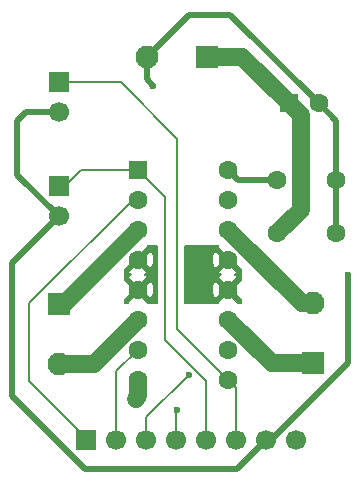
<source format=gbr>
%TF.GenerationSoftware,KiCad,Pcbnew,9.0.4*%
%TF.CreationDate,2025-11-08T17:36:02+05:30*%
%TF.ProjectId,MOTOR_DRIVER,4d4f544f-525f-4445-9249-5645522e6b69,rev?*%
%TF.SameCoordinates,Original*%
%TF.FileFunction,Copper,L1,Top*%
%TF.FilePolarity,Positive*%
%FSLAX46Y46*%
G04 Gerber Fmt 4.6, Leading zero omitted, Abs format (unit mm)*
G04 Created by KiCad (PCBNEW 9.0.4) date 2025-11-08 17:36:02*
%MOMM*%
%LPD*%
G01*
G04 APERTURE LIST*
G04 Aperture macros list*
%AMRoundRect*
0 Rectangle with rounded corners*
0 $1 Rounding radius*
0 $2 $3 $4 $5 $6 $7 $8 $9 X,Y pos of 4 corners*
0 Add a 4 corners polygon primitive as box body*
4,1,4,$2,$3,$4,$5,$6,$7,$8,$9,$2,$3,0*
0 Add four circle primitives for the rounded corners*
1,1,$1+$1,$2,$3*
1,1,$1+$1,$4,$5*
1,1,$1+$1,$6,$7*
1,1,$1+$1,$8,$9*
0 Add four rect primitives between the rounded corners*
20,1,$1+$1,$2,$3,$4,$5,0*
20,1,$1+$1,$4,$5,$6,$7,0*
20,1,$1+$1,$6,$7,$8,$9,0*
20,1,$1+$1,$8,$9,$2,$3,0*%
G04 Aperture macros list end*
%TA.AperFunction,ComponentPad*%
%ADD10R,1.950000X1.950000*%
%TD*%
%TA.AperFunction,ComponentPad*%
%ADD11C,1.950000*%
%TD*%
%TA.AperFunction,ComponentPad*%
%ADD12C,1.600000*%
%TD*%
%TA.AperFunction,ComponentPad*%
%ADD13R,1.700000X1.700000*%
%TD*%
%TA.AperFunction,ComponentPad*%
%ADD14C,1.700000*%
%TD*%
%TA.AperFunction,ComponentPad*%
%ADD15RoundRect,0.250000X-0.550000X-0.550000X0.550000X-0.550000X0.550000X0.550000X-0.550000X0.550000X0*%
%TD*%
%TA.AperFunction,ViaPad*%
%ADD16C,0.600000*%
%TD*%
%TA.AperFunction,Conductor*%
%ADD17C,0.508000*%
%TD*%
%TA.AperFunction,Conductor*%
%ADD18C,1.524000*%
%TD*%
%TA.AperFunction,Conductor*%
%ADD19C,0.200000*%
%TD*%
G04 APERTURE END LIST*
D10*
%TO.P,J2,1,Pin_1*%
%TO.N,/+V*%
X159027500Y-79050000D03*
D11*
%TO.P,J2,2,Pin_2*%
%TO.N,GND*%
X153947500Y-79050000D03*
%TD*%
D12*
%TO.P,C1,1*%
%TO.N,VCC*%
X165000000Y-89500000D03*
%TO.P,C1,2*%
%TO.N,GND*%
X170000000Y-89500000D03*
%TD*%
D13*
%TO.P,J3,1,Pin_1*%
%TO.N,/EN1*%
X146500000Y-90000000D03*
D14*
%TO.P,J3,2,Pin_2*%
%TO.N,VCC*%
X146500000Y-92540000D03*
%TD*%
D15*
%TO.P,U1,1,EN1\u002C2*%
%TO.N,/EN1*%
X153195000Y-88610000D03*
D12*
%TO.P,U1,2,1A*%
%TO.N,/IN1*%
X153195000Y-91150000D03*
%TO.P,U1,3,1Y*%
%TO.N,/OUT1*%
X153195000Y-93690000D03*
%TO.P,U1,4,GND*%
%TO.N,GND*%
X153195000Y-96230000D03*
%TO.P,U1,5,GND*%
X153195000Y-98770000D03*
%TO.P,U1,6,2Y*%
%TO.N,/OUT2*%
X153195000Y-101310000D03*
%TO.P,U1,7,2A*%
%TO.N,/IN2*%
X153195000Y-103850000D03*
%TO.P,U1,8,VCC2*%
%TO.N,/+V*%
X153195000Y-106390000D03*
%TO.P,U1,9,EN3\u002C4*%
%TO.N,/EN2*%
X160815000Y-106390000D03*
%TO.P,U1,10,3A*%
%TO.N,/IN3*%
X160815000Y-103850000D03*
%TO.P,U1,11,3Y*%
%TO.N,/OUT3*%
X160815000Y-101310000D03*
%TO.P,U1,12,GND*%
%TO.N,GND*%
X160815000Y-98770000D03*
%TO.P,U1,13,GND*%
X160815000Y-96230000D03*
%TO.P,U1,14,4Y*%
%TO.N,/OUT4*%
X160815000Y-93690000D03*
%TO.P,U1,15,4A*%
%TO.N,/IN4*%
X160815000Y-91150000D03*
%TO.P,U1,16,VCC1*%
%TO.N,VCC*%
X160815000Y-88610000D03*
%TD*%
D15*
%TO.P,C2,1*%
%TO.N,/+V*%
X166000000Y-83000000D03*
D12*
%TO.P,C2,2*%
%TO.N,GND*%
X168500000Y-83000000D03*
%TD*%
D13*
%TO.P,J1,1,Pin_1*%
%TO.N,/IN1*%
X148840000Y-111500000D03*
D14*
%TO.P,J1,2,Pin_2*%
%TO.N,/IN2*%
X151380000Y-111500000D03*
%TO.P,J1,3,Pin_3*%
%TO.N,/IN3*%
X153920000Y-111500000D03*
%TO.P,J1,4,Pin_4*%
%TO.N,/IN4*%
X156460000Y-111500000D03*
%TO.P,J1,5,Pin_5*%
%TO.N,/EN1*%
X159000000Y-111500000D03*
%TO.P,J1,6,Pin_6*%
%TO.N,/EN2*%
X161540000Y-111500000D03*
%TO.P,J1,7,Pin_7*%
%TO.N,VCC*%
X164080000Y-111500000D03*
%TO.P,J1,8,Pin_8*%
%TO.N,GND*%
X166620000Y-111500000D03*
%TD*%
D12*
%TO.P,C3,1*%
%TO.N,/+V*%
X165000000Y-94000000D03*
%TO.P,C3,2*%
%TO.N,GND*%
X170000000Y-94000000D03*
%TD*%
D10*
%TO.P,J6,1,Pin_1*%
%TO.N,/OUT3*%
X168025000Y-105027500D03*
D11*
%TO.P,J6,2,Pin_2*%
%TO.N,/OUT4*%
X168025000Y-99947500D03*
%TD*%
D13*
%TO.P,J4,1,Pin_1*%
%TO.N,/EN2*%
X146500000Y-81225000D03*
D14*
%TO.P,J4,2,Pin_2*%
%TO.N,VCC*%
X146500000Y-83765000D03*
%TD*%
D10*
%TO.P,J5,1,Pin_1*%
%TO.N,/OUT1*%
X146475000Y-99972500D03*
D11*
%TO.P,J5,2,Pin_2*%
%TO.N,/OUT2*%
X146475000Y-105052500D03*
%TD*%
D16*
%TO.N,VCC*%
X171000000Y-97500000D03*
%TO.N,GND*%
X154500000Y-81500000D03*
%TO.N,/+V*%
X153000000Y-108000000D03*
%TO.N,/IN4*%
X156500000Y-109000000D03*
%TO.N,/IN3*%
X157500000Y-106000000D03*
%TD*%
D17*
%TO.N,VCC*%
X142500000Y-107770000D02*
X142500000Y-96540000D01*
X148730000Y-114000000D02*
X142500000Y-107770000D01*
X161580000Y-114000000D02*
X148730000Y-114000000D01*
X171000000Y-105000000D02*
X171000000Y-97500000D01*
X164500000Y-111500000D02*
X171000000Y-105000000D01*
X164080000Y-111500000D02*
X164500000Y-111500000D01*
X160815000Y-88610000D02*
X161705000Y-89500000D01*
%TO.N,GND*%
X153947500Y-80947500D02*
X154500000Y-81500000D01*
X153947500Y-79050000D02*
X153947500Y-80947500D01*
X157497500Y-75500000D02*
X153947500Y-79050000D01*
X161000000Y-75500000D02*
X157497500Y-75500000D01*
X168500000Y-83000000D02*
X161000000Y-75500000D01*
X170000000Y-84500000D02*
X168500000Y-83000000D01*
X170000000Y-89500000D02*
X170000000Y-84500000D01*
X170000000Y-94000000D02*
X170000000Y-89500000D01*
%TO.N,VCC*%
X142500000Y-96540000D02*
X146500000Y-92540000D01*
X164080000Y-111500000D02*
X161580000Y-114000000D01*
D18*
%TO.N,/+V*%
X162050000Y-79050000D02*
X166000000Y-83000000D01*
X159027500Y-79050000D02*
X162050000Y-79050000D01*
X167000000Y-84000000D02*
X166000000Y-83000000D01*
X167000000Y-92000000D02*
X167000000Y-84000000D01*
X165000000Y-94000000D02*
X167000000Y-92000000D01*
D17*
%TO.N,VCC*%
X165000000Y-89500000D02*
X161705000Y-89500000D01*
D18*
%TO.N,/+V*%
X153195000Y-107805000D02*
X153000000Y-108000000D01*
X153195000Y-106390000D02*
X153195000Y-107805000D01*
D19*
%TO.N,/EN1*%
X155500000Y-90915000D02*
X153195000Y-88610000D01*
X155500000Y-103000000D02*
X155500000Y-90915000D01*
X159000000Y-111500000D02*
X159000000Y-106500000D01*
X159000000Y-106500000D02*
X155500000Y-103000000D01*
%TO.N,/IN4*%
X156460000Y-109040000D02*
X156500000Y-109000000D01*
X156460000Y-111500000D02*
X156460000Y-109040000D01*
%TO.N,/IN3*%
X153920000Y-109580000D02*
X157500000Y-106000000D01*
X153920000Y-111500000D02*
X153920000Y-109580000D01*
%TO.N,/IN2*%
X151380000Y-105665000D02*
X153195000Y-103850000D01*
X151380000Y-111500000D02*
X151380000Y-105665000D01*
%TO.N,/IN1*%
X152745500Y-91150000D02*
X153195000Y-91150000D01*
X144000000Y-99895500D02*
X152745500Y-91150000D01*
X144000000Y-106500000D02*
X144000000Y-99895500D01*
X148840000Y-111340000D02*
X144000000Y-106500000D01*
X148840000Y-111500000D02*
X148840000Y-111340000D01*
D18*
%TO.N,/OUT2*%
X149452500Y-105052500D02*
X153195000Y-101310000D01*
X146475000Y-105052500D02*
X149452500Y-105052500D01*
%TO.N,/OUT1*%
X146912500Y-99972500D02*
X153195000Y-93690000D01*
X146475000Y-99972500D02*
X146912500Y-99972500D01*
%TO.N,/OUT4*%
X168025000Y-99947500D02*
X167072500Y-99947500D01*
X167072500Y-99947500D02*
X160815000Y-93690000D01*
%TO.N,/OUT3*%
X164532500Y-105027500D02*
X160815000Y-101310000D01*
X168025000Y-105027500D02*
X164532500Y-105027500D01*
D17*
%TO.N,VCC*%
X143000000Y-89040000D02*
X146500000Y-92540000D01*
X143000000Y-84500000D02*
X143000000Y-89040000D01*
X143735000Y-83765000D02*
X143000000Y-84500000D01*
X146500000Y-83765000D02*
X143735000Y-83765000D01*
D19*
%TO.N,/EN1*%
X146500000Y-90000000D02*
X147000000Y-90000000D01*
X147000000Y-90000000D02*
X148390000Y-88610000D01*
X148390000Y-88610000D02*
X153195000Y-88610000D01*
%TO.N,/EN2*%
X151725000Y-81225000D02*
X146500000Y-81225000D01*
X156500000Y-102075000D02*
X156500000Y-86000000D01*
X160815000Y-106390000D02*
X156500000Y-102075000D01*
X156500000Y-86000000D02*
X151725000Y-81225000D01*
X161540000Y-107115000D02*
X160815000Y-106390000D01*
X161540000Y-111500000D02*
X161540000Y-107115000D01*
%TD*%
%TA.AperFunction,Conductor*%
%TO.N,GND*%
G36*
X152795000Y-98822661D02*
G01*
X152822259Y-98924394D01*
X152874920Y-99015606D01*
X152949394Y-99090080D01*
X153040606Y-99142741D01*
X153142339Y-99170000D01*
X153148553Y-99170000D01*
X152469077Y-99849474D01*
X152470399Y-99866271D01*
X152467539Y-99879881D01*
X152469519Y-99893647D01*
X152460498Y-99913398D01*
X152456035Y-99934648D01*
X152446271Y-99944551D01*
X152440494Y-99957203D01*
X152422225Y-99968943D01*
X152406983Y-99984405D01*
X152392212Y-99988231D01*
X152381716Y-99994977D01*
X152346781Y-100000000D01*
X152124000Y-100000000D01*
X152056961Y-99980315D01*
X152011206Y-99927511D01*
X152000000Y-99876000D01*
X152000000Y-99620972D01*
X152019685Y-99553933D01*
X152072489Y-99508178D01*
X152109877Y-99501569D01*
X152795000Y-98816446D01*
X152795000Y-98822661D01*
G37*
%TD.AperFunction*%
%TA.AperFunction,Conductor*%
G36*
X154842539Y-95019685D02*
G01*
X154888294Y-95072489D01*
X154899500Y-95124000D01*
X154899500Y-99876000D01*
X154879815Y-99943039D01*
X154827011Y-99988794D01*
X154775500Y-100000000D01*
X154043218Y-100000000D01*
X153976179Y-99980315D01*
X153930424Y-99927511D01*
X153919600Y-99866271D01*
X153920921Y-99849474D01*
X153241447Y-99170000D01*
X153247661Y-99170000D01*
X153349394Y-99142741D01*
X153440606Y-99090080D01*
X153515080Y-99015606D01*
X153567741Y-98924394D01*
X153595000Y-98822661D01*
X153595000Y-98816447D01*
X154274474Y-99495921D01*
X154306859Y-99451349D01*
X154399755Y-99269031D01*
X154462990Y-99074417D01*
X154495000Y-98872317D01*
X154495000Y-98667682D01*
X154462990Y-98465582D01*
X154399755Y-98270968D01*
X154306859Y-98088650D01*
X154274474Y-98044077D01*
X154274474Y-98044076D01*
X153595000Y-98723551D01*
X153595000Y-98717339D01*
X153567741Y-98615606D01*
X153515080Y-98524394D01*
X153440606Y-98449920D01*
X153349394Y-98397259D01*
X153247661Y-98370000D01*
X153241446Y-98370000D01*
X153920922Y-97690524D01*
X153920921Y-97690523D01*
X153876359Y-97658147D01*
X153876350Y-97658141D01*
X153782819Y-97610485D01*
X153732023Y-97562511D01*
X153715228Y-97494690D01*
X153737765Y-97428555D01*
X153782820Y-97389515D01*
X153876346Y-97341861D01*
X153876347Y-97341861D01*
X153920921Y-97309474D01*
X153241447Y-96630000D01*
X153247661Y-96630000D01*
X153349394Y-96602741D01*
X153440606Y-96550080D01*
X153515080Y-96475606D01*
X153567741Y-96384394D01*
X153595000Y-96282661D01*
X153595000Y-96276447D01*
X154274474Y-96955921D01*
X154306859Y-96911349D01*
X154399755Y-96729031D01*
X154462990Y-96534417D01*
X154495000Y-96332317D01*
X154495000Y-96127682D01*
X154462990Y-95925582D01*
X154399755Y-95730968D01*
X154306859Y-95548650D01*
X154274474Y-95504077D01*
X154274474Y-95504076D01*
X153595000Y-96183551D01*
X153595000Y-96177339D01*
X153567741Y-96075606D01*
X153515080Y-95984394D01*
X153440606Y-95909920D01*
X153349394Y-95857259D01*
X153247661Y-95830000D01*
X153241446Y-95830000D01*
X153920921Y-95150525D01*
X153919600Y-95133729D01*
X153933964Y-95065352D01*
X153983015Y-95015595D01*
X154043218Y-95000000D01*
X154775500Y-95000000D01*
X154842539Y-95019685D01*
G37*
%TD.AperFunction*%
%TA.AperFunction,Conductor*%
G36*
X160033820Y-95019685D02*
G01*
X160079575Y-95072489D01*
X160090399Y-95133729D01*
X160089077Y-95150524D01*
X160768554Y-95830000D01*
X160762339Y-95830000D01*
X160660606Y-95857259D01*
X160569394Y-95909920D01*
X160494920Y-95984394D01*
X160442259Y-96075606D01*
X160415000Y-96177339D01*
X160415000Y-96183553D01*
X159735524Y-95504077D01*
X159735523Y-95504077D01*
X159703143Y-95548644D01*
X159610244Y-95730968D01*
X159547009Y-95925582D01*
X159515000Y-96127682D01*
X159515000Y-96332317D01*
X159547009Y-96534417D01*
X159610244Y-96729031D01*
X159703141Y-96911350D01*
X159703147Y-96911359D01*
X159735523Y-96955921D01*
X159735524Y-96955922D01*
X160415000Y-96276446D01*
X160415000Y-96282661D01*
X160442259Y-96384394D01*
X160494920Y-96475606D01*
X160569394Y-96550080D01*
X160660606Y-96602741D01*
X160762339Y-96630000D01*
X160768553Y-96630000D01*
X160089076Y-97309474D01*
X160133650Y-97341859D01*
X160227180Y-97389515D01*
X160277976Y-97437489D01*
X160294771Y-97505310D01*
X160272234Y-97571445D01*
X160227180Y-97610485D01*
X160133644Y-97658143D01*
X160089077Y-97690523D01*
X160089077Y-97690524D01*
X160768554Y-98370000D01*
X160762339Y-98370000D01*
X160660606Y-98397259D01*
X160569394Y-98449920D01*
X160494920Y-98524394D01*
X160442259Y-98615606D01*
X160415000Y-98717339D01*
X160415000Y-98723553D01*
X159735524Y-98044077D01*
X159735523Y-98044077D01*
X159703143Y-98088644D01*
X159610244Y-98270968D01*
X159547009Y-98465582D01*
X159515000Y-98667682D01*
X159515000Y-98872317D01*
X159547009Y-99074417D01*
X159610244Y-99269031D01*
X159703141Y-99451350D01*
X159703147Y-99451359D01*
X159735523Y-99495921D01*
X159735524Y-99495922D01*
X160415000Y-98816446D01*
X160415000Y-98822661D01*
X160442259Y-98924394D01*
X160494920Y-99015606D01*
X160569394Y-99090080D01*
X160660606Y-99142741D01*
X160762339Y-99170000D01*
X160768553Y-99170000D01*
X160089077Y-99849474D01*
X160090399Y-99866271D01*
X160076035Y-99934648D01*
X160026983Y-99984405D01*
X159966781Y-100000000D01*
X157224500Y-100000000D01*
X157157461Y-99980315D01*
X157111706Y-99927511D01*
X157100500Y-99876000D01*
X157100500Y-95124000D01*
X157120185Y-95056961D01*
X157172989Y-95011206D01*
X157224500Y-95000000D01*
X159966781Y-95000000D01*
X160033820Y-95019685D01*
G37*
%TD.AperFunction*%
%TA.AperFunction,Conductor*%
G36*
X161904783Y-99506231D02*
G01*
X161934646Y-99512504D01*
X161984404Y-99561554D01*
X162000000Y-99621759D01*
X162000000Y-99876000D01*
X161997449Y-99884685D01*
X161998738Y-99893647D01*
X161987759Y-99917687D01*
X161980315Y-99943039D01*
X161973474Y-99948966D01*
X161969713Y-99957203D01*
X161947478Y-99971492D01*
X161927511Y-99988794D01*
X161916996Y-99991081D01*
X161910935Y-99994977D01*
X161876000Y-100000000D01*
X161663218Y-100000000D01*
X161596179Y-99980315D01*
X161550424Y-99927511D01*
X161539600Y-99866271D01*
X161540921Y-99849474D01*
X160861447Y-99170000D01*
X160867661Y-99170000D01*
X160969394Y-99142741D01*
X161060606Y-99090080D01*
X161135080Y-99015606D01*
X161187741Y-98924394D01*
X161215000Y-98822661D01*
X161215000Y-98816447D01*
X161904783Y-99506231D01*
G37*
%TD.AperFunction*%
%TA.AperFunction,Conductor*%
G36*
X152795000Y-96282661D02*
G01*
X152822259Y-96384394D01*
X152874920Y-96475606D01*
X152949394Y-96550080D01*
X153040606Y-96602741D01*
X153142339Y-96630000D01*
X153148553Y-96630000D01*
X152469076Y-97309474D01*
X152513650Y-97341859D01*
X152607180Y-97389515D01*
X152657976Y-97437489D01*
X152674771Y-97505310D01*
X152652234Y-97571445D01*
X152607180Y-97610485D01*
X152513644Y-97658143D01*
X152469077Y-97690523D01*
X152469077Y-97690524D01*
X153148554Y-98370000D01*
X153142339Y-98370000D01*
X153040606Y-98397259D01*
X152949394Y-98449920D01*
X152874920Y-98524394D01*
X152822259Y-98615606D01*
X152795000Y-98717339D01*
X152795000Y-98723553D01*
X152108868Y-98037421D01*
X152065351Y-98028279D01*
X152015594Y-97979228D01*
X152000000Y-97919026D01*
X152000000Y-97080972D01*
X152019685Y-97013933D01*
X152072489Y-96968178D01*
X152109876Y-96961569D01*
X152795000Y-96276445D01*
X152795000Y-96282661D01*
G37*
%TD.AperFunction*%
%TA.AperFunction,Conductor*%
G36*
X161904783Y-96966231D02*
G01*
X161934646Y-96972504D01*
X161984404Y-97021554D01*
X162000000Y-97081759D01*
X162000000Y-97918239D01*
X161980315Y-97985278D01*
X161927511Y-98031033D01*
X161903225Y-98035325D01*
X161215000Y-98723551D01*
X161215000Y-98717339D01*
X161187741Y-98615606D01*
X161135080Y-98524394D01*
X161060606Y-98449920D01*
X160969394Y-98397259D01*
X160867661Y-98370000D01*
X160861446Y-98370000D01*
X161540922Y-97690524D01*
X161540921Y-97690523D01*
X161496359Y-97658147D01*
X161496350Y-97658141D01*
X161402819Y-97610485D01*
X161352023Y-97562511D01*
X161335228Y-97494690D01*
X161357765Y-97428555D01*
X161402820Y-97389515D01*
X161496346Y-97341861D01*
X161496347Y-97341861D01*
X161540921Y-97309474D01*
X160861447Y-96630000D01*
X160867661Y-96630000D01*
X160969394Y-96602741D01*
X161060606Y-96550080D01*
X161135080Y-96475606D01*
X161187741Y-96384394D01*
X161215000Y-96282661D01*
X161215000Y-96276446D01*
X161904783Y-96966231D01*
G37*
%TD.AperFunction*%
%TD*%
M02*

</source>
